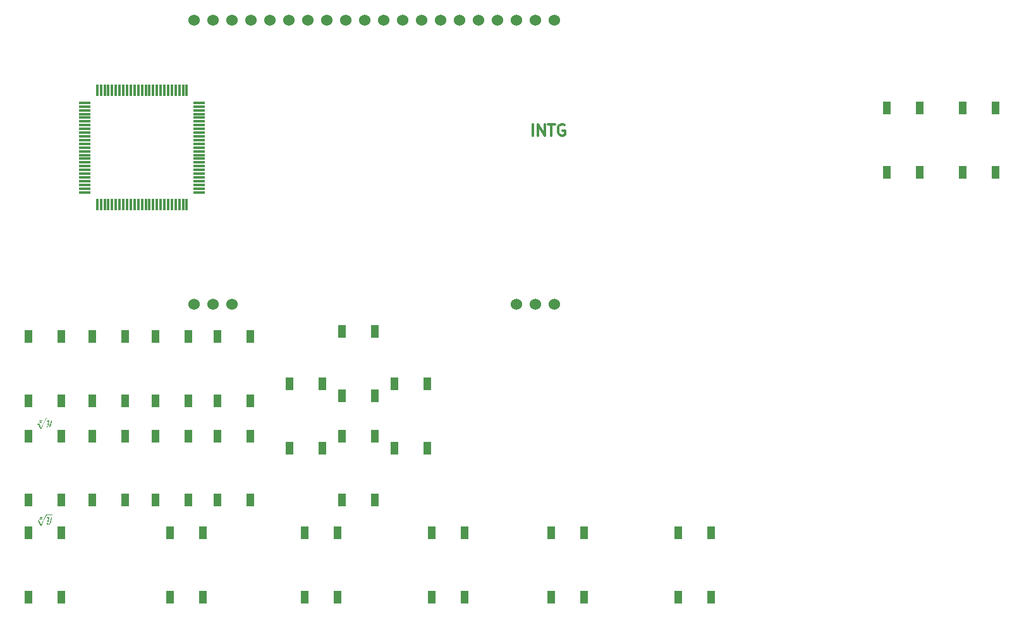
<source format=gbr>
%TF.GenerationSoftware,KiCad,Pcbnew,(6.0.10)*%
%TF.CreationDate,2023-01-08T01:11:37-07:00*%
%TF.ProjectId,decimator_pcb,64656369-6d61-4746-9f72-5f7063622e6b,rev?*%
%TF.SameCoordinates,Original*%
%TF.FileFunction,Copper,L1,Top*%
%TF.FilePolarity,Positive*%
%FSLAX46Y46*%
G04 Gerber Fmt 4.6, Leading zero omitted, Abs format (unit mm)*
G04 Created by KiCad (PCBNEW (6.0.10)) date 2023-01-08 01:11:37*
%MOMM*%
%LPD*%
G01*
G04 APERTURE LIST*
G04 Aperture macros list*
%AMRoundRect*
0 Rectangle with rounded corners*
0 $1 Rounding radius*
0 $2 $3 $4 $5 $6 $7 $8 $9 X,Y pos of 4 corners*
0 Add a 4 corners polygon primitive as box body*
4,1,4,$2,$3,$4,$5,$6,$7,$8,$9,$2,$3,0*
0 Add four circle primitives for the rounded corners*
1,1,$1+$1,$2,$3*
1,1,$1+$1,$4,$5*
1,1,$1+$1,$6,$7*
1,1,$1+$1,$8,$9*
0 Add four rect primitives between the rounded corners*
20,1,$1+$1,$2,$3,$4,$5,0*
20,1,$1+$1,$4,$5,$6,$7,0*
20,1,$1+$1,$6,$7,$8,$9,0*
20,1,$1+$1,$8,$9,$2,$3,0*%
%AMOutline4P*
0 Free polygon, 4 corners , with rotation*
0 The origin of the aperture is its center*
0 number of corners: always 4*
0 $1 to $8 corner X, Y*
0 $9 Rotation angle, in degrees counterclockwise*
0 create outline with 4 corners*
4,1,4,$1,$2,$3,$4,$5,$6,$7,$8,$1,$2,$9*%
G04 Aperture macros list end*
%ADD10C,0.300000*%
%TA.AperFunction,NonConductor*%
%ADD11C,0.300000*%
%TD*%
%TA.AperFunction,SMDPad,CuDef*%
%ADD12Outline4P,-0.550000X-0.825000X0.550000X-0.825000X0.550000X0.825000X-0.550000X0.825000X180.000000*%
%TD*%
%TA.AperFunction,SMDPad,CuDef*%
%ADD13RoundRect,0.075000X-0.725000X-0.075000X0.725000X-0.075000X0.725000X0.075000X-0.725000X0.075000X0*%
%TD*%
%TA.AperFunction,SMDPad,CuDef*%
%ADD14RoundRect,0.075000X-0.075000X-0.725000X0.075000X-0.725000X0.075000X0.725000X-0.075000X0.725000X0*%
%TD*%
%TA.AperFunction,ComponentPad*%
%ADD15C,1.524000*%
%TD*%
G04 APERTURE END LIST*
D10*
D11*
X147352857Y-75378571D02*
X147352857Y-73878571D01*
X148067142Y-75378571D02*
X148067142Y-73878571D01*
X148924285Y-75378571D01*
X148924285Y-73878571D01*
X149424285Y-73878571D02*
X150281428Y-73878571D01*
X149852857Y-75378571D02*
X149852857Y-73878571D01*
X151567142Y-73950000D02*
X151424285Y-73878571D01*
X151210000Y-73878571D01*
X150995714Y-73950000D01*
X150852857Y-74092857D01*
X150781428Y-74235714D01*
X150710000Y-74521428D01*
X150710000Y-74735714D01*
X150781428Y-75021428D01*
X150852857Y-75164285D01*
X150995714Y-75307142D01*
X151210000Y-75378571D01*
X151352857Y-75378571D01*
X151567142Y-75307142D01*
X151638571Y-75235714D01*
X151638571Y-74735714D01*
X151352857Y-74735714D01*
%TO.C,G\u002A\u002A\u002A*%
G36*
X82475766Y-126570977D02*
G01*
X82502225Y-126583600D01*
X82532660Y-126607334D01*
X82551803Y-126636354D01*
X82559745Y-126673449D01*
X82556578Y-126721405D01*
X82542393Y-126783009D01*
X82517283Y-126861049D01*
X82511855Y-126876372D01*
X82486529Y-126957373D01*
X82469322Y-127034420D01*
X82460978Y-127102787D01*
X82462243Y-127157742D01*
X82465133Y-127173095D01*
X82480051Y-127198759D01*
X82504409Y-127218465D01*
X82547364Y-127228580D01*
X82594489Y-127218162D01*
X82643115Y-127188090D01*
X82668717Y-127164345D01*
X82683535Y-127148299D01*
X82695631Y-127132546D01*
X82706167Y-127113872D01*
X82716307Y-127089063D01*
X82727214Y-127054903D01*
X82740052Y-127008178D01*
X82755984Y-126945672D01*
X82773645Y-126874425D01*
X82791888Y-126802388D01*
X82809414Y-126736670D01*
X82825215Y-126680790D01*
X82838280Y-126638270D01*
X82847600Y-126612631D01*
X82850146Y-126607755D01*
X82873385Y-126589691D01*
X82903120Y-126584150D01*
X82930269Y-126591458D01*
X82942893Y-126604437D01*
X82943234Y-126620821D01*
X82938257Y-126655665D01*
X82928751Y-126705795D01*
X82915503Y-126768039D01*
X82899301Y-126839222D01*
X82880933Y-126916173D01*
X82861189Y-126995718D01*
X82840855Y-127074684D01*
X82820721Y-127149898D01*
X82801573Y-127218186D01*
X82784201Y-127276376D01*
X82769392Y-127321294D01*
X82757935Y-127349768D01*
X82757598Y-127350440D01*
X82709208Y-127425897D01*
X82648685Y-127488171D01*
X82579461Y-127534910D01*
X82504967Y-127563761D01*
X82433714Y-127572474D01*
X82392825Y-127570564D01*
X82358235Y-127566368D01*
X82341871Y-127562297D01*
X82304559Y-127536566D01*
X82275297Y-127496936D01*
X82259693Y-127451852D01*
X82258496Y-127436718D01*
X82261200Y-127402306D01*
X82267868Y-127374866D01*
X82269497Y-127371328D01*
X82292344Y-127349185D01*
X82327066Y-127335679D01*
X82363745Y-127333950D01*
X82376925Y-127337328D01*
X82398642Y-127355365D01*
X82406080Y-127383100D01*
X82401109Y-127414597D01*
X82385600Y-127443922D01*
X82361424Y-127465139D01*
X82334358Y-127472391D01*
X82318926Y-127473561D01*
X82318317Y-127479372D01*
X82333511Y-127494221D01*
X82340605Y-127500488D01*
X82379278Y-127521209D01*
X82427872Y-127528750D01*
X82477657Y-127522477D01*
X82503501Y-127512331D01*
X82536335Y-127488921D01*
X82573096Y-127453449D01*
X82606511Y-127413340D01*
X82620001Y-127393363D01*
X82630718Y-127372279D01*
X82645127Y-127339647D01*
X82660505Y-127302240D01*
X82674131Y-127266831D01*
X82683283Y-127240194D01*
X82685575Y-127230157D01*
X82676733Y-127231806D01*
X82654304Y-127241695D01*
X82639972Y-127248910D01*
X82587221Y-127266907D01*
X82528155Y-127272259D01*
X82471698Y-127264901D01*
X82435353Y-127250380D01*
X82394103Y-127219537D01*
X82365909Y-127181513D01*
X82350616Y-127134261D01*
X82348070Y-127075734D01*
X82358118Y-127003887D01*
X82380603Y-126916673D01*
X82404602Y-126842655D01*
X82430191Y-126766160D01*
X82447553Y-126707999D01*
X82457088Y-126665749D01*
X82459195Y-126636987D01*
X82454275Y-126619291D01*
X82442916Y-126610310D01*
X82411601Y-126609575D01*
X82377373Y-126627525D01*
X82343147Y-126661136D01*
X82311840Y-126707382D01*
X82286365Y-126763240D01*
X82281401Y-126777875D01*
X82266083Y-126814425D01*
X82250092Y-126828889D01*
X82233151Y-126821806D01*
X82227696Y-126801799D01*
X82233353Y-126768031D01*
X82248620Y-126725345D01*
X82271995Y-126678585D01*
X82283502Y-126659473D01*
X82325205Y-126609108D01*
X82373249Y-126576843D01*
X82424485Y-126563768D01*
X82475766Y-126570977D01*
G37*
G36*
X81411157Y-126571597D02*
G01*
X81447295Y-126588608D01*
X81449850Y-126590734D01*
X81463906Y-126598829D01*
X81481919Y-126596966D01*
X81511272Y-126584269D01*
X81513499Y-126583171D01*
X81561794Y-126567789D01*
X81606959Y-126568721D01*
X81643560Y-126585268D01*
X81658783Y-126601838D01*
X81669197Y-126632788D01*
X81663497Y-126661608D01*
X81645720Y-126682981D01*
X81619904Y-126691592D01*
X81595398Y-126685310D01*
X81576499Y-126669786D01*
X81575438Y-126649138D01*
X81584555Y-126628376D01*
X81590069Y-126612104D01*
X81578649Y-126606897D01*
X81569655Y-126606637D01*
X81543006Y-126614581D01*
X81519125Y-126632181D01*
X81503874Y-126656904D01*
X81488614Y-126695459D01*
X81474925Y-126741427D01*
X81464387Y-126788391D01*
X81458580Y-126829934D01*
X81459083Y-126859638D01*
X81461380Y-126866720D01*
X81481466Y-126883952D01*
X81510978Y-126886470D01*
X81544384Y-126876337D01*
X81576149Y-126855615D01*
X81600738Y-126826367D01*
X81607509Y-126812264D01*
X81621486Y-126793483D01*
X81638732Y-126788465D01*
X81651606Y-126796904D01*
X81653465Y-126814095D01*
X81635654Y-126855371D01*
X81601660Y-126889076D01*
X81557147Y-126912926D01*
X81507780Y-126924635D01*
X81459224Y-126921920D01*
X81423343Y-126906910D01*
X81404034Y-126896327D01*
X81386889Y-126895766D01*
X81362447Y-126905730D01*
X81352647Y-126910657D01*
X81322059Y-126925086D01*
X81300338Y-126930137D01*
X81276774Y-126927475D01*
X81263850Y-126924483D01*
X81228865Y-126907485D01*
X81207836Y-126880371D01*
X81203031Y-126848848D01*
X81216717Y-126818622D01*
X81220258Y-126814799D01*
X81245150Y-126801550D01*
X81269030Y-126805580D01*
X81286041Y-126822220D01*
X81290326Y-126846798D01*
X81283340Y-126865094D01*
X81275326Y-126881944D01*
X81283758Y-126887303D01*
X81292591Y-126887611D01*
X81320508Y-126884385D01*
X81342369Y-126872600D01*
X81360326Y-126849095D01*
X81376531Y-126810709D01*
X81393138Y-126754281D01*
X81399040Y-126731290D01*
X81410347Y-126676256D01*
X81411335Y-126638968D01*
X81401354Y-126616878D01*
X81379757Y-126607441D01*
X81367287Y-126606637D01*
X81319767Y-126617085D01*
X81281306Y-126647585D01*
X81263497Y-126674753D01*
X81245964Y-126698345D01*
X81228457Y-126707129D01*
X81216108Y-126699985D01*
X81213274Y-126685701D01*
X81222210Y-126659119D01*
X81245117Y-126628085D01*
X81276151Y-126598751D01*
X81309464Y-126577269D01*
X81320645Y-126572722D01*
X81365629Y-126565840D01*
X81411157Y-126571597D01*
G37*
G36*
X83000265Y-126291947D02*
G01*
X82207225Y-126291947D01*
X81847927Y-127033691D01*
X81779937Y-127173994D01*
X81721003Y-127295415D01*
X81670407Y-127399317D01*
X81627433Y-127487061D01*
X81591366Y-127560009D01*
X81561489Y-127619523D01*
X81537086Y-127666965D01*
X81517440Y-127703697D01*
X81501837Y-127731080D01*
X81489559Y-127750476D01*
X81479891Y-127763248D01*
X81472116Y-127770756D01*
X81465519Y-127774364D01*
X81459383Y-127775432D01*
X81457872Y-127775461D01*
X81433485Y-127770148D01*
X81416820Y-127750286D01*
X81411505Y-127738960D01*
X81401611Y-127716587D01*
X81384263Y-127678168D01*
X81360931Y-127626897D01*
X81333086Y-127565970D01*
X81302198Y-127498582D01*
X81269736Y-127427928D01*
X81237173Y-127357203D01*
X81205976Y-127289603D01*
X81177618Y-127228322D01*
X81153568Y-127176556D01*
X81135295Y-127137500D01*
X81124272Y-127114348D01*
X81122153Y-127110128D01*
X81114054Y-127098662D01*
X81103670Y-127098353D01*
X81085269Y-127110637D01*
X81069649Y-127123287D01*
X81034070Y-127148797D01*
X81011174Y-127156067D01*
X81000598Y-127145163D01*
X80999735Y-127136229D01*
X81008174Y-127121956D01*
X81030426Y-127098631D01*
X81061891Y-127070095D01*
X81097971Y-127040192D01*
X81134065Y-127012762D01*
X81165576Y-126991649D01*
X81184572Y-126981819D01*
X81191476Y-126980376D01*
X81198636Y-126982847D01*
X81207118Y-126991224D01*
X81217988Y-127007499D01*
X81232311Y-127033661D01*
X81251154Y-127071704D01*
X81275583Y-127123617D01*
X81306664Y-127191392D01*
X81345462Y-127277021D01*
X81360812Y-127311022D01*
X81394181Y-127384607D01*
X81424532Y-127450830D01*
X81450658Y-127507117D01*
X81471354Y-127550892D01*
X81485414Y-127579581D01*
X81491631Y-127590610D01*
X81491784Y-127590635D01*
X81497126Y-127580224D01*
X81511461Y-127551250D01*
X81533977Y-127505377D01*
X81563863Y-127444268D01*
X81600308Y-127369587D01*
X81642499Y-127282998D01*
X81689626Y-127186165D01*
X81740876Y-127080751D01*
X81795439Y-126968420D01*
X81824414Y-126908728D01*
X82153730Y-126230133D01*
X82576998Y-126227188D01*
X83000265Y-126224244D01*
X83000265Y-126291947D01*
G37*
G36*
X82475766Y-113570977D02*
G01*
X82502225Y-113583600D01*
X82532660Y-113607334D01*
X82551803Y-113636354D01*
X82559745Y-113673449D01*
X82556578Y-113721405D01*
X82542393Y-113783009D01*
X82517283Y-113861049D01*
X82511855Y-113876372D01*
X82486529Y-113957373D01*
X82469322Y-114034420D01*
X82460978Y-114102787D01*
X82462243Y-114157742D01*
X82465133Y-114173095D01*
X82480051Y-114198759D01*
X82504409Y-114218465D01*
X82547364Y-114228580D01*
X82594489Y-114218162D01*
X82643115Y-114188090D01*
X82668717Y-114164345D01*
X82683535Y-114148299D01*
X82695631Y-114132546D01*
X82706167Y-114113872D01*
X82716307Y-114089063D01*
X82727214Y-114054903D01*
X82740052Y-114008178D01*
X82755984Y-113945672D01*
X82773645Y-113874425D01*
X82791888Y-113802388D01*
X82809414Y-113736670D01*
X82825215Y-113680790D01*
X82838280Y-113638270D01*
X82847600Y-113612631D01*
X82850146Y-113607755D01*
X82873385Y-113589691D01*
X82903120Y-113584150D01*
X82930269Y-113591458D01*
X82942893Y-113604437D01*
X82943234Y-113620821D01*
X82938257Y-113655665D01*
X82928751Y-113705795D01*
X82915503Y-113768039D01*
X82899301Y-113839222D01*
X82880933Y-113916173D01*
X82861189Y-113995718D01*
X82840855Y-114074684D01*
X82820721Y-114149898D01*
X82801573Y-114218186D01*
X82784201Y-114276376D01*
X82769392Y-114321294D01*
X82757935Y-114349768D01*
X82757598Y-114350440D01*
X82709208Y-114425897D01*
X82648685Y-114488171D01*
X82579461Y-114534910D01*
X82504967Y-114563761D01*
X82433714Y-114572474D01*
X82392825Y-114570564D01*
X82358235Y-114566368D01*
X82341871Y-114562297D01*
X82304559Y-114536566D01*
X82275297Y-114496936D01*
X82259693Y-114451852D01*
X82258496Y-114436718D01*
X82261200Y-114402306D01*
X82267868Y-114374866D01*
X82269497Y-114371328D01*
X82292344Y-114349185D01*
X82327066Y-114335679D01*
X82363745Y-114333950D01*
X82376925Y-114337328D01*
X82398642Y-114355365D01*
X82406080Y-114383100D01*
X82401109Y-114414597D01*
X82385600Y-114443922D01*
X82361424Y-114465139D01*
X82334358Y-114472391D01*
X82318926Y-114473561D01*
X82318317Y-114479372D01*
X82333511Y-114494221D01*
X82340605Y-114500488D01*
X82379278Y-114521209D01*
X82427872Y-114528750D01*
X82477657Y-114522477D01*
X82503501Y-114512331D01*
X82536335Y-114488921D01*
X82573096Y-114453449D01*
X82606511Y-114413340D01*
X82620001Y-114393363D01*
X82630718Y-114372279D01*
X82645127Y-114339647D01*
X82660505Y-114302240D01*
X82674131Y-114266831D01*
X82683283Y-114240194D01*
X82685575Y-114230157D01*
X82676733Y-114231806D01*
X82654304Y-114241695D01*
X82639972Y-114248910D01*
X82587221Y-114266907D01*
X82528155Y-114272259D01*
X82471698Y-114264901D01*
X82435353Y-114250380D01*
X82394103Y-114219537D01*
X82365909Y-114181513D01*
X82350616Y-114134261D01*
X82348070Y-114075734D01*
X82358118Y-114003887D01*
X82380603Y-113916673D01*
X82404602Y-113842655D01*
X82430191Y-113766160D01*
X82447553Y-113707999D01*
X82457088Y-113665749D01*
X82459195Y-113636987D01*
X82454275Y-113619291D01*
X82442916Y-113610310D01*
X82411601Y-113609575D01*
X82377373Y-113627525D01*
X82343147Y-113661136D01*
X82311840Y-113707382D01*
X82286365Y-113763240D01*
X82281401Y-113777875D01*
X82266083Y-113814425D01*
X82250092Y-113828889D01*
X82233151Y-113821806D01*
X82227696Y-113801799D01*
X82233353Y-113768031D01*
X82248620Y-113725345D01*
X82271995Y-113678585D01*
X82283502Y-113659473D01*
X82325205Y-113609108D01*
X82373249Y-113576843D01*
X82424485Y-113563768D01*
X82475766Y-113570977D01*
G37*
G36*
X81411157Y-113571597D02*
G01*
X81447295Y-113588608D01*
X81449850Y-113590734D01*
X81463906Y-113598829D01*
X81481919Y-113596966D01*
X81511272Y-113584269D01*
X81513499Y-113583171D01*
X81561794Y-113567789D01*
X81606959Y-113568721D01*
X81643560Y-113585268D01*
X81658783Y-113601838D01*
X81669197Y-113632788D01*
X81663497Y-113661608D01*
X81645720Y-113682981D01*
X81619904Y-113691592D01*
X81595398Y-113685310D01*
X81576499Y-113669786D01*
X81575438Y-113649138D01*
X81584555Y-113628376D01*
X81590069Y-113612104D01*
X81578649Y-113606897D01*
X81569655Y-113606637D01*
X81543006Y-113614581D01*
X81519125Y-113632181D01*
X81503874Y-113656904D01*
X81488614Y-113695459D01*
X81474925Y-113741427D01*
X81464387Y-113788391D01*
X81458580Y-113829934D01*
X81459083Y-113859638D01*
X81461380Y-113866720D01*
X81481466Y-113883952D01*
X81510978Y-113886470D01*
X81544384Y-113876337D01*
X81576149Y-113855615D01*
X81600738Y-113826367D01*
X81607509Y-113812264D01*
X81621486Y-113793483D01*
X81638732Y-113788465D01*
X81651606Y-113796904D01*
X81653465Y-113814095D01*
X81635654Y-113855371D01*
X81601660Y-113889076D01*
X81557147Y-113912926D01*
X81507780Y-113924635D01*
X81459224Y-113921920D01*
X81423343Y-113906910D01*
X81404034Y-113896327D01*
X81386889Y-113895766D01*
X81362447Y-113905730D01*
X81352647Y-113910657D01*
X81322059Y-113925086D01*
X81300338Y-113930137D01*
X81276774Y-113927475D01*
X81263850Y-113924483D01*
X81228865Y-113907485D01*
X81207836Y-113880371D01*
X81203031Y-113848848D01*
X81216717Y-113818622D01*
X81220258Y-113814799D01*
X81245150Y-113801550D01*
X81269030Y-113805580D01*
X81286041Y-113822220D01*
X81290326Y-113846798D01*
X81283340Y-113865094D01*
X81275326Y-113881944D01*
X81283758Y-113887303D01*
X81292591Y-113887611D01*
X81320508Y-113884385D01*
X81342369Y-113872600D01*
X81360326Y-113849095D01*
X81376531Y-113810709D01*
X81393138Y-113754281D01*
X81399040Y-113731290D01*
X81410347Y-113676256D01*
X81411335Y-113638968D01*
X81401354Y-113616878D01*
X81379757Y-113607441D01*
X81367287Y-113606637D01*
X81319767Y-113617085D01*
X81281306Y-113647585D01*
X81263497Y-113674753D01*
X81245964Y-113698345D01*
X81228457Y-113707129D01*
X81216108Y-113699985D01*
X81213274Y-113685701D01*
X81222210Y-113659119D01*
X81245117Y-113628085D01*
X81276151Y-113598751D01*
X81309464Y-113577269D01*
X81320645Y-113572722D01*
X81365629Y-113565840D01*
X81411157Y-113571597D01*
G37*
G36*
X83000265Y-113291947D02*
G01*
X82207225Y-113291947D01*
X81847927Y-114033691D01*
X81779937Y-114173994D01*
X81721003Y-114295415D01*
X81670407Y-114399317D01*
X81627433Y-114487061D01*
X81591366Y-114560009D01*
X81561489Y-114619523D01*
X81537086Y-114666965D01*
X81517440Y-114703697D01*
X81501837Y-114731080D01*
X81489559Y-114750476D01*
X81479891Y-114763248D01*
X81472116Y-114770756D01*
X81465519Y-114774364D01*
X81459383Y-114775432D01*
X81457872Y-114775461D01*
X81433485Y-114770148D01*
X81416820Y-114750286D01*
X81411505Y-114738960D01*
X81401611Y-114716587D01*
X81384263Y-114678168D01*
X81360931Y-114626897D01*
X81333086Y-114565970D01*
X81302198Y-114498582D01*
X81269736Y-114427928D01*
X81237173Y-114357203D01*
X81205976Y-114289603D01*
X81177618Y-114228322D01*
X81153568Y-114176556D01*
X81135295Y-114137500D01*
X81124272Y-114114348D01*
X81122153Y-114110128D01*
X81114054Y-114098662D01*
X81103670Y-114098353D01*
X81085269Y-114110637D01*
X81069649Y-114123287D01*
X81034070Y-114148797D01*
X81011174Y-114156067D01*
X81000598Y-114145163D01*
X80999735Y-114136229D01*
X81008174Y-114121956D01*
X81030426Y-114098631D01*
X81061891Y-114070095D01*
X81097971Y-114040192D01*
X81134065Y-114012762D01*
X81165576Y-113991649D01*
X81184572Y-113981819D01*
X81191476Y-113980376D01*
X81198636Y-113982847D01*
X81207118Y-113991224D01*
X81217988Y-114007499D01*
X81232311Y-114033661D01*
X81251154Y-114071704D01*
X81275583Y-114123617D01*
X81306664Y-114191392D01*
X81345462Y-114277021D01*
X81360812Y-114311022D01*
X81394181Y-114384607D01*
X81424532Y-114450830D01*
X81450658Y-114507117D01*
X81471354Y-114550892D01*
X81485414Y-114579581D01*
X81491631Y-114590610D01*
X81491784Y-114590635D01*
X81497126Y-114580224D01*
X81511461Y-114551250D01*
X81533977Y-114505377D01*
X81563863Y-114444268D01*
X81600308Y-114369587D01*
X81642499Y-114282998D01*
X81689626Y-114186165D01*
X81740876Y-114080751D01*
X81795439Y-113968420D01*
X81824414Y-113908728D01*
X82153730Y-113230133D01*
X82576998Y-113227188D01*
X83000265Y-113224244D01*
X83000265Y-113291947D01*
G37*
%TD*%
D12*
%TO.P,REF\u002A\u002A,1*%
%TO.N,N/C*%
X121800000Y-124300000D03*
X126200000Y-115700000D03*
X121800000Y-115700000D03*
X126200000Y-124300000D03*
%TD*%
%TO.P,REF\u002A\u002A,1*%
%TO.N,N/C*%
X114800000Y-117300000D03*
X119200000Y-108700000D03*
X114800000Y-108700000D03*
X119200000Y-117300000D03*
%TD*%
%TO.P,REF\u002A\u002A,1*%
%TO.N,N/C*%
X128800000Y-117300000D03*
X133200000Y-108700000D03*
X128800000Y-108700000D03*
X133200000Y-117300000D03*
%TD*%
%TO.P,REF\u002A\u002A,1*%
%TO.N,N/C*%
X121800000Y-110300000D03*
X126200000Y-101700000D03*
X121800000Y-101700000D03*
X126200000Y-110300000D03*
%TD*%
%TO.P,REF\u002A\u002A,1*%
%TO.N,N/C*%
X166800000Y-137300000D03*
X171200000Y-128700000D03*
X166800000Y-128700000D03*
X171200000Y-137300000D03*
%TD*%
%TO.P,REF\u002A\u002A,1*%
%TO.N,N/C*%
X149800000Y-137300000D03*
X154200000Y-128700000D03*
X149800000Y-128700000D03*
X154200000Y-137300000D03*
%TD*%
%TO.P,REF\u002A\u002A,1*%
%TO.N,N/C*%
X133800000Y-137300000D03*
X138200000Y-128700000D03*
X133800000Y-128700000D03*
X138200000Y-137300000D03*
%TD*%
%TO.P,REF\u002A\u002A,1*%
%TO.N,N/C*%
X105100000Y-110960000D03*
X109500000Y-102360000D03*
X105100000Y-102360000D03*
X109500000Y-110960000D03*
%TD*%
%TO.P,REF\u002A\u002A,1*%
%TO.N,N/C*%
X105100000Y-124300000D03*
X109500000Y-115700000D03*
X105100000Y-115700000D03*
X109500000Y-124300000D03*
%TD*%
%TO.P,REF\u002A\u002A,1*%
%TO.N,N/C*%
X79800000Y-137300000D03*
X84200000Y-128700000D03*
X79800000Y-128700000D03*
X84200000Y-137300000D03*
%TD*%
%TO.P,REF\u002A\u002A,1*%
%TO.N,N/C*%
X116800000Y-137300000D03*
X121200000Y-128700000D03*
X116800000Y-128700000D03*
X121200000Y-137300000D03*
%TD*%
%TO.P,REF\u002A\u002A,1*%
%TO.N,N/C*%
X98800000Y-137300000D03*
X103200000Y-128700000D03*
X98800000Y-128700000D03*
X103200000Y-137300000D03*
%TD*%
%TO.P,REF\u002A\u002A,1*%
%TO.N,N/C*%
X96800000Y-124300000D03*
X101200000Y-115700000D03*
X96800000Y-115700000D03*
X101200000Y-124300000D03*
%TD*%
%TO.P,REF\u002A\u002A,1*%
%TO.N,N/C*%
X79800000Y-124300000D03*
X84200000Y-115700000D03*
X79800000Y-115700000D03*
X84200000Y-124300000D03*
%TD*%
%TO.P,REF\u002A\u002A,1*%
%TO.N,N/C*%
X88380000Y-124300000D03*
X92780000Y-115700000D03*
X88380000Y-115700000D03*
X92780000Y-124300000D03*
%TD*%
%TO.P,REF\u002A\u002A,1*%
%TO.N,N/C*%
X96800000Y-110960000D03*
X101200000Y-102360000D03*
X96800000Y-102360000D03*
X101200000Y-110960000D03*
%TD*%
%TO.P,REF\u002A\u002A,1*%
%TO.N,N/C*%
X88380000Y-110960000D03*
X92780000Y-102360000D03*
X88380000Y-102360000D03*
X92780000Y-110960000D03*
%TD*%
%TO.P,REF\u002A\u002A,1*%
%TO.N,N/C*%
X79800000Y-110960000D03*
X84200000Y-102360000D03*
X79800000Y-102360000D03*
X84200000Y-110960000D03*
%TD*%
%TO.P,REF\u002A\u002A,1*%
%TO.N,N/C*%
X194800000Y-71700000D03*
X194800000Y-80300000D03*
X199200000Y-71700000D03*
X199200000Y-80300000D03*
%TD*%
%TO.P,REF\u002A\u002A,1*%
%TO.N,N/C*%
X204960000Y-71700000D03*
X204960000Y-80300000D03*
X209360000Y-71700000D03*
X209360000Y-80300000D03*
%TD*%
D13*
%TO.P,REF\u002A\u002A,1*%
%TO.N,N/C*%
X87325000Y-71000000D03*
%TO.P,REF\u002A\u002A,2*%
X87325000Y-71500000D03*
%TO.P,REF\u002A\u002A,3*%
X87325000Y-72000000D03*
%TO.P,REF\u002A\u002A,4*%
X87325000Y-72500000D03*
%TO.P,REF\u002A\u002A,5*%
X87325000Y-73000000D03*
%TO.P,REF\u002A\u002A,6*%
X87325000Y-73500000D03*
%TO.P,REF\u002A\u002A,7*%
X87325000Y-74000000D03*
%TO.P,REF\u002A\u002A,8*%
X87325000Y-74500000D03*
%TO.P,REF\u002A\u002A,9*%
X87325000Y-75000000D03*
%TO.P,REF\u002A\u002A,10*%
X87325000Y-75500000D03*
%TO.P,REF\u002A\u002A,11*%
X87325000Y-76000000D03*
%TO.P,REF\u002A\u002A,12*%
X87325000Y-76500000D03*
%TO.P,REF\u002A\u002A,13*%
X87325000Y-77000000D03*
%TO.P,REF\u002A\u002A,14*%
X87325000Y-77500000D03*
%TO.P,REF\u002A\u002A,15*%
X87325000Y-78000000D03*
%TO.P,REF\u002A\u002A,16*%
X87325000Y-78500000D03*
%TO.P,REF\u002A\u002A,17*%
X87325000Y-79000000D03*
%TO.P,REF\u002A\u002A,18*%
X87325000Y-79500000D03*
%TO.P,REF\u002A\u002A,19*%
X87325000Y-80000000D03*
%TO.P,REF\u002A\u002A,20*%
X87325000Y-80500000D03*
%TO.P,REF\u002A\u002A,21*%
X87325000Y-81000000D03*
%TO.P,REF\u002A\u002A,22*%
X87325000Y-81500000D03*
%TO.P,REF\u002A\u002A,23*%
X87325000Y-82000000D03*
%TO.P,REF\u002A\u002A,24*%
X87325000Y-82500000D03*
%TO.P,REF\u002A\u002A,25*%
X87325000Y-83000000D03*
D14*
%TO.P,REF\u002A\u002A,26*%
X89000000Y-84675000D03*
%TO.P,REF\u002A\u002A,27*%
X89500000Y-84675000D03*
%TO.P,REF\u002A\u002A,28*%
X90000000Y-84675000D03*
%TO.P,REF\u002A\u002A,29*%
X90500000Y-84675000D03*
%TO.P,REF\u002A\u002A,30*%
X91000000Y-84675000D03*
%TO.P,REF\u002A\u002A,31*%
X91500000Y-84675000D03*
%TO.P,REF\u002A\u002A,32*%
X92000000Y-84675000D03*
%TO.P,REF\u002A\u002A,33*%
X92500000Y-84675000D03*
%TO.P,REF\u002A\u002A,34*%
X93000000Y-84675000D03*
%TO.P,REF\u002A\u002A,35*%
X93500000Y-84675000D03*
%TO.P,REF\u002A\u002A,36*%
X94000000Y-84675000D03*
%TO.P,REF\u002A\u002A,37*%
X94500000Y-84675000D03*
%TO.P,REF\u002A\u002A,38*%
X95000000Y-84675000D03*
%TO.P,REF\u002A\u002A,39*%
X95500000Y-84675000D03*
%TO.P,REF\u002A\u002A,40*%
X96000000Y-84675000D03*
%TO.P,REF\u002A\u002A,41*%
X96500000Y-84675000D03*
%TO.P,REF\u002A\u002A,42*%
X97000000Y-84675000D03*
%TO.P,REF\u002A\u002A,43*%
X97500000Y-84675000D03*
%TO.P,REF\u002A\u002A,44*%
X98000000Y-84675000D03*
%TO.P,REF\u002A\u002A,45*%
X98500000Y-84675000D03*
%TO.P,REF\u002A\u002A,46*%
X99000000Y-84675000D03*
%TO.P,REF\u002A\u002A,47*%
X99500000Y-84675000D03*
%TO.P,REF\u002A\u002A,48*%
X100000000Y-84675000D03*
%TO.P,REF\u002A\u002A,49*%
X100500000Y-84675000D03*
%TO.P,REF\u002A\u002A,50*%
X101000000Y-84675000D03*
D13*
%TO.P,REF\u002A\u002A,51*%
X102675000Y-83000000D03*
%TO.P,REF\u002A\u002A,52*%
X102675000Y-82500000D03*
%TO.P,REF\u002A\u002A,53*%
X102675000Y-82000000D03*
%TO.P,REF\u002A\u002A,54*%
X102675000Y-81500000D03*
%TO.P,REF\u002A\u002A,55*%
X102675000Y-81000000D03*
%TO.P,REF\u002A\u002A,56*%
X102675000Y-80500000D03*
%TO.P,REF\u002A\u002A,57*%
X102675000Y-80000000D03*
%TO.P,REF\u002A\u002A,58*%
X102675000Y-79500000D03*
%TO.P,REF\u002A\u002A,59*%
X102675000Y-79000000D03*
%TO.P,REF\u002A\u002A,60*%
X102675000Y-78500000D03*
%TO.P,REF\u002A\u002A,61*%
X102675000Y-78000000D03*
%TO.P,REF\u002A\u002A,62*%
X102675000Y-77500000D03*
%TO.P,REF\u002A\u002A,63*%
X102675000Y-77000000D03*
%TO.P,REF\u002A\u002A,64*%
X102675000Y-76500000D03*
%TO.P,REF\u002A\u002A,65*%
X102675000Y-76000000D03*
%TO.P,REF\u002A\u002A,66*%
X102675000Y-75500000D03*
%TO.P,REF\u002A\u002A,67*%
X102675000Y-75000000D03*
%TO.P,REF\u002A\u002A,68*%
X102675000Y-74500000D03*
%TO.P,REF\u002A\u002A,69*%
X102675000Y-74000000D03*
%TO.P,REF\u002A\u002A,70*%
X102675000Y-73500000D03*
%TO.P,REF\u002A\u002A,71*%
X102675000Y-73000000D03*
%TO.P,REF\u002A\u002A,72*%
X102675000Y-72500000D03*
%TO.P,REF\u002A\u002A,73*%
X102675000Y-72000000D03*
%TO.P,REF\u002A\u002A,74*%
X102675000Y-71500000D03*
%TO.P,REF\u002A\u002A,75*%
X102675000Y-71000000D03*
D14*
%TO.P,REF\u002A\u002A,76*%
X101000000Y-69325000D03*
%TO.P,REF\u002A\u002A,77*%
X100500000Y-69325000D03*
%TO.P,REF\u002A\u002A,78*%
X100000000Y-69325000D03*
%TO.P,REF\u002A\u002A,79*%
X99500000Y-69325000D03*
%TO.P,REF\u002A\u002A,80*%
X99000000Y-69325000D03*
%TO.P,REF\u002A\u002A,81*%
X98500000Y-69325000D03*
%TO.P,REF\u002A\u002A,82*%
X98000000Y-69325000D03*
%TO.P,REF\u002A\u002A,83*%
X97500000Y-69325000D03*
%TO.P,REF\u002A\u002A,84*%
X97000000Y-69325000D03*
%TO.P,REF\u002A\u002A,85*%
X96500000Y-69325000D03*
%TO.P,REF\u002A\u002A,86*%
X96000000Y-69325000D03*
%TO.P,REF\u002A\u002A,87*%
X95500000Y-69325000D03*
%TO.P,REF\u002A\u002A,88*%
X95000000Y-69325000D03*
%TO.P,REF\u002A\u002A,89*%
X94500000Y-69325000D03*
%TO.P,REF\u002A\u002A,90*%
X94000000Y-69325000D03*
%TO.P,REF\u002A\u002A,91*%
X93500000Y-69325000D03*
%TO.P,REF\u002A\u002A,92*%
X93000000Y-69325000D03*
%TO.P,REF\u002A\u002A,93*%
X92500000Y-69325000D03*
%TO.P,REF\u002A\u002A,94*%
X92000000Y-69325000D03*
%TO.P,REF\u002A\u002A,95*%
X91500000Y-69325000D03*
%TO.P,REF\u002A\u002A,96*%
X91000000Y-69325000D03*
%TO.P,REF\u002A\u002A,97*%
X90500000Y-69325000D03*
%TO.P,REF\u002A\u002A,98*%
X90000000Y-69325000D03*
%TO.P,REF\u002A\u002A,99*%
X89500000Y-69325000D03*
%TO.P,REF\u002A\u002A,100*%
X89000000Y-69325000D03*
%TD*%
D15*
%TO.P,REF\u002A\u002A,1*%
%TO.N,N/C*%
X102000000Y-98000000D03*
%TO.P,REF\u002A\u002A,2*%
X104540000Y-98000000D03*
%TO.P,REF\u002A\u002A,3*%
X107080000Y-98000000D03*
%TO.P,REF\u002A\u002A,18*%
X145180000Y-98000000D03*
%TO.P,REF\u002A\u002A,19*%
X147720000Y-98000000D03*
%TO.P,REF\u002A\u002A,20*%
X150260000Y-98000000D03*
%TO.P,REF\u002A\u002A,21*%
X150260000Y-59900000D03*
%TO.P,REF\u002A\u002A,22*%
X147720000Y-59900000D03*
%TO.P,REF\u002A\u002A,23*%
X145180000Y-59900000D03*
%TO.P,REF\u002A\u002A,24*%
X142640000Y-59900000D03*
%TO.P,REF\u002A\u002A,25*%
X140100000Y-59900000D03*
%TO.P,REF\u002A\u002A,26*%
X137560000Y-59900000D03*
%TO.P,REF\u002A\u002A,27*%
X135020000Y-59900000D03*
%TO.P,REF\u002A\u002A,28*%
X132480000Y-59900000D03*
%TO.P,REF\u002A\u002A,29*%
X129940000Y-59900000D03*
%TO.P,REF\u002A\u002A,30*%
X127400000Y-59900000D03*
%TO.P,REF\u002A\u002A,31*%
X124860000Y-59900000D03*
%TO.P,REF\u002A\u002A,32*%
X122320000Y-59900000D03*
%TO.P,REF\u002A\u002A,33*%
X119780000Y-59900000D03*
%TO.P,REF\u002A\u002A,34*%
X117240000Y-59900000D03*
%TO.P,REF\u002A\u002A,35*%
X114700000Y-59900000D03*
%TO.P,REF\u002A\u002A,36*%
X112160000Y-59900000D03*
%TO.P,REF\u002A\u002A,37*%
X109620000Y-59900000D03*
%TO.P,REF\u002A\u002A,38*%
X107080000Y-59900000D03*
%TO.P,REF\u002A\u002A,39*%
X104540000Y-59900000D03*
%TO.P,REF\u002A\u002A,40*%
X102000000Y-59900000D03*
%TD*%
M02*

</source>
